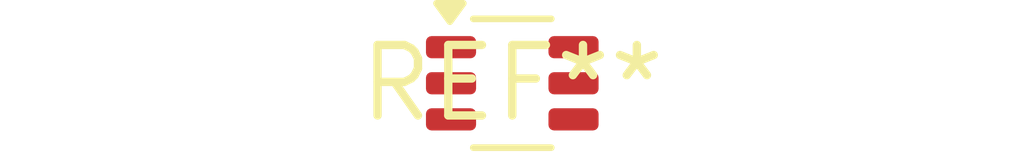
<source format=kicad_pcb>
(kicad_pcb (version 20240108) (generator pcbnew)
  (layers (0 "F.Cu" signal) (31 "B.Cu" signal) (34 "B.Paste" user) (35 "F.Paste" user) (36 "B.SilkS" user "B.Silkscreen") (37 "F.SilkS" user "F.Silkscreen") (38 "B.Mask" user) (39 "F.Mask" user) (44 "Edge.Cuts" user))
  (net 0 "")
  (footprint "Texas_R-PDSO-G6" (layer "F.Cu") (at 0 0)
    (property "Reference" "REF**")
    (property "Value" "Texas_R-PDSO-G6")
    (fp_line (start -0.7 -1.16) (end 0.7 -1.16) (layer "F.SilkS") (stroke (width 0.12)))
    (fp_line (start -0.7 1.16) (end 0.7 1.16) (layer "F.SilkS") (stroke (width 0.12)))
    (fp_poly (pts (xy -1.12 -1.11) (xy -1.36 -1.44) (xy -0.88 -1.44) (xy -1.12 -1.11)) (layer "F.SilkS") (stroke (width 0.12)) (fill solid))
    (pad "1" smd roundrect (at -1.1 -0.65) (size 0.9 0.4) (layers "F.Cu" "F.Paste" "F.Mask"))
    (pad "2" smd roundrect (at -1.1 0) (size 0.9 0.4) (layers "F.Cu" "F.Paste" "F.Mask"))
    (pad "3" smd roundrect (at -1.1 0.65) (size 0.9 0.4) (layers "F.Cu" "F.Paste" "F.Mask"))
    (pad "4" smd roundrect (at 1.1 0.65) (size 0.9 0.4) (layers "F.Cu" "F.Paste" "F.Mask"))
    (pad "5" smd roundrect (at 1.1 0) (size 0.9 0.4) (layers "F.Cu" "F.Paste" "F.Mask"))
    (pad "6" smd roundrect (at 1.1 -0.65) (size 0.9 0.4) (layers "F.Cu" "F.Paste" "F.Mask"))
  )
)
</source>
